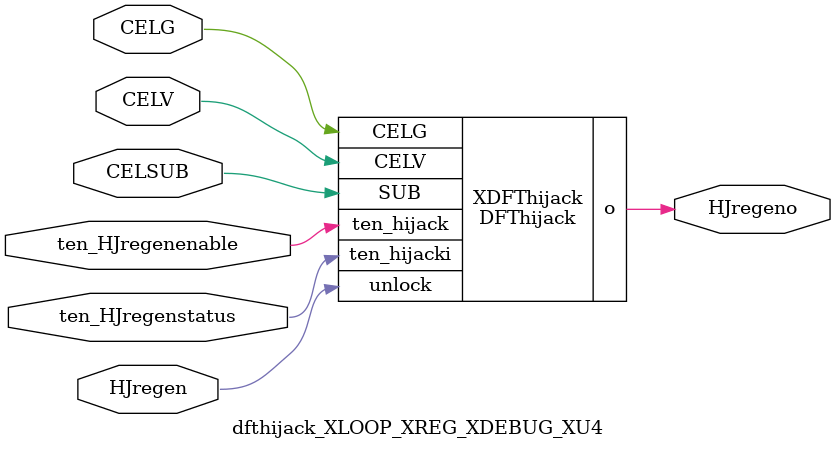
<source format=v>


module DFThijack ( o, CELG, CELV, SUB, ten_hijack, ten_hijacki, unlock );

  input CELV;
  input ten_hijack;
  input ten_hijacki;
  input unlock;
  output o;
  input SUB;
  input CELG;
endmodule


module dfthijack_XLOOP_XREG_XDEBUG_XU4 (HJregeno,CELG,CELV,CELSUB,ten_HJregenenable,ten_HJregenstatus,HJregen);
output  HJregeno;
input  CELG;
input  CELV;
input  CELSUB;
input  ten_HJregenenable;
input  ten_HJregenstatus;
input  HJregen;

DFThijack XDFThijack(
  .o (HJregeno),
  .CELG (CELG),
  .CELV (CELV),
  .SUB (CELSUB),
  .ten_hijack (ten_HJregenenable),
  .ten_hijacki (ten_HJregenstatus),
  .unlock (HJregen)
);

endmodule


</source>
